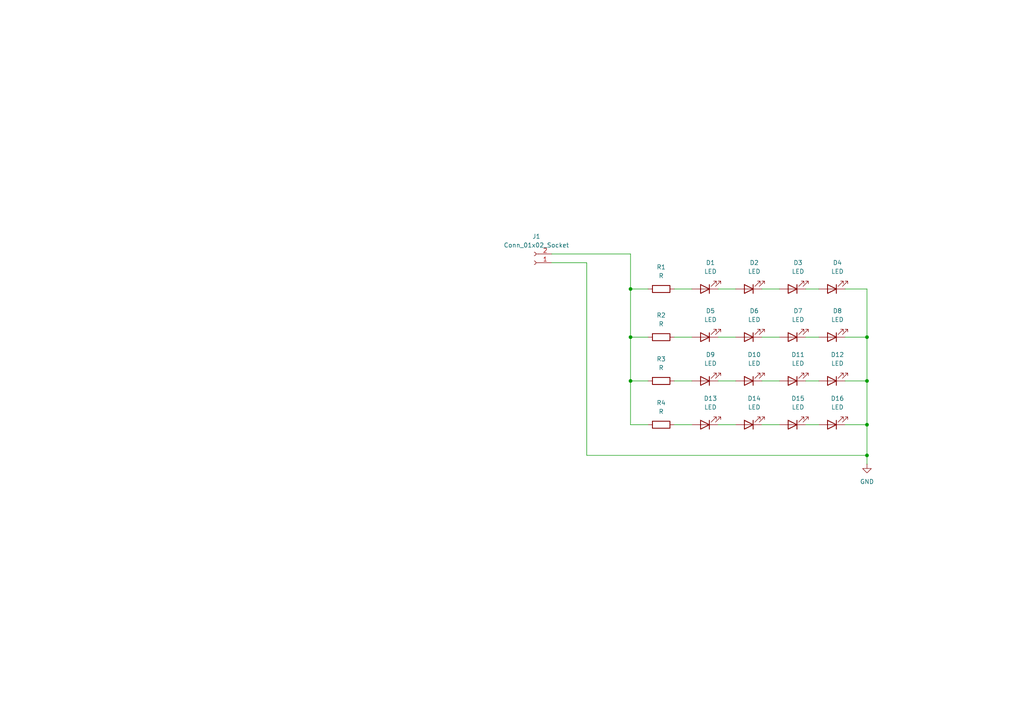
<source format=kicad_sch>
(kicad_sch (version 20231120) (generator "eeschema") (generator_version "8.0")
  (paper "A4")
  (lib_symbols
    (symbol "Connector:Conn_01x02_Socket" (pin_names (offset 1.016) hide)
      (property "Reference" "J" (at 0 2.54 0))
      (property "Value" "Conn_01x02_Socket" (at 0 -5.08 0))
      (symbol "Conn_01x02_Socket_1_1"
        (arc (start 0 -2.032) (mid -0.5058 -2.54) (end 0 -3.048) (stroke (width 0.1524)))
        (polyline (pts (xy -1.27 -2.54) (xy -0.508 -2.54)) (stroke (width 0.1524)))
        (polyline (pts (xy -1.27 0) (xy -0.508 0)) (stroke (width 0.1524)))
        (arc (start 0 0.508) (mid -0.5058 0) (end 0 -0.508) (stroke (width 0.1524)))
        (pin passive line (at -5.08 0 0) (length 3.81) (name "Pin_1") (number "1"))
        (pin passive line (at -5.08 -2.54 0) (length 3.81) (name "Pin_2") (number "2"))
      )
    )
    (symbol "Device:LED" (pin_numbers hide) (pin_names (offset 1.016) hide)
      (property "Reference" "D" (at 0 2.54 0))
      (property "Value" "LED" (at 0 -2.54 0))
      (symbol "LED_0_1"
        (polyline (pts (xy -1.27 -1.27) (xy -1.27 1.27)) (stroke (width 0.254)))
        (polyline (pts (xy -1.27 0) (xy 1.27 0)))
        (polyline (pts (xy 1.27 -1.27) (xy 1.27 1.27) (xy -1.27 0) (xy 1.27 -1.27)) (stroke (width 0.254)))
        (polyline (pts (xy -3.048 -0.762) (xy -4.572 -2.286) (xy -3.81 -2.286) (xy -4.572 -2.286) (xy -4.572 -1.524)))
        (polyline (pts (xy -1.778 -0.762) (xy -3.302 -2.286) (xy -2.54 -2.286) (xy -3.302 -2.286) (xy -3.302 -1.524)))
      )
      (symbol "LED_1_1"
        (pin passive line (at -3.81 0 0) (length 2.54) (name "K") (number "1"))
        (pin passive line (at 3.81 0 180) (length 2.54) (name "A") (number "2"))
      )
    )
    (symbol "Device:R" (pin_numbers hide) (pin_names (offset 0))
      (property "Reference" "R" (at 2.032 0 90))
      (property "Value" "R" (at 0 0 90))
      (symbol "R_0_1"
        (rectangle (start -1.016 -2.54) (end 1.016 2.54) (stroke (width 0.254)))
      )
      (symbol "R_1_1"
        (pin passive line (at 0 3.81 270) (length 1.27) (name "~") (number "1"))
        (pin passive line (at 0 -3.81 90) (length 1.27) (name "~") (number "2"))
      )
    )
    (symbol "power:GND" (power) (pin_numbers hide) (pin_names (offset 0) hide)
      (property "Value" "GND" (at 0 -3.81 0))
      (symbol "GND_0_1"
        (polyline (pts (xy 0 0) (xy 0 -1.27) (xy 1.27 -1.27) (xy 0 -2.54) (xy -1.27 -1.27) (xy 0 -1.27)))
      )
      (symbol "GND_1_1"
        (pin power_in line (at 0 0 270) (length 0) (name "~") (number "1"))
      )
    )
  )
  (junction (at 251.46 123.19))
  (junction (at 251.46 110.49))
  (junction (at 182.88 83.82))
  (junction (at 182.88 97.79))
  (junction (at 251.46 97.79))
  (junction (at 251.46 132.08))
  (junction (at 182.88 110.49))
  (wire (pts (xy 182.88 110.49) (xy 182.88 123.19)))
  (wire (pts (xy 245.11 83.82) (xy 251.46 83.82)))
  (wire (pts (xy 170.18 76.2) (xy 170.18 132.08)))
  (wire (pts (xy 245.11 97.79) (xy 251.46 97.79)))
  (wire (pts (xy 251.46 97.79) (xy 251.46 110.49)))
  (wire (pts (xy 182.88 110.49) (xy 187.96 110.49)))
  (wire (pts (xy 170.18 132.08) (xy 251.46 132.08)))
  (wire (pts (xy 182.88 97.79) (xy 182.88 110.49)))
  (wire (pts (xy 208.28 97.79) (xy 213.36 97.79)))
  (wire (pts (xy 233.68 110.49) (xy 237.49 110.49)))
  (wire (pts (xy 251.46 123.19) (xy 251.46 132.08)))
  (wire (pts (xy 233.68 123.19) (xy 237.49 123.19)))
  (wire (pts (xy 220.98 83.82) (xy 226.06 83.82)))
  (wire (pts (xy 195.58 110.49) (xy 200.66 110.49)))
  (wire (pts (xy 160.02 73.66) (xy 182.88 73.66)))
  (wire (pts (xy 195.58 123.19) (xy 200.66 123.19)))
  (wire (pts (xy 208.28 123.19) (xy 213.36 123.19)))
  (wire (pts (xy 208.28 83.82) (xy 213.36 83.82)))
  (wire (pts (xy 245.11 110.49) (xy 251.46 110.49)))
  (wire (pts (xy 220.98 110.49) (xy 226.06 110.49)))
  (wire (pts (xy 182.88 73.66) (xy 182.88 83.82)))
  (wire (pts (xy 208.28 110.49) (xy 213.36 110.49)))
  (wire (pts (xy 233.68 83.82) (xy 237.49 83.82)))
  (wire (pts (xy 160.02 76.2) (xy 170.18 76.2)))
  (wire (pts (xy 195.58 97.79) (xy 200.66 97.79)))
  (wire (pts (xy 245.11 123.19) (xy 251.46 123.19)))
  (wire (pts (xy 251.46 110.49) (xy 251.46 123.19)))
  (wire (pts (xy 220.98 97.79) (xy 226.06 97.79)))
  (wire (pts (xy 233.68 97.79) (xy 237.49 97.79)))
  (wire (pts (xy 182.88 83.82) (xy 182.88 97.79)))
  (wire (pts (xy 220.98 123.19) (xy 226.06 123.19)))
  (wire (pts (xy 251.46 132.08) (xy 251.46 134.62)))
  (wire (pts (xy 251.46 83.82) (xy 251.46 97.79)))
  (wire (pts (xy 182.88 123.19) (xy 187.96 123.19)))
  (wire (pts (xy 182.88 83.82) (xy 187.96 83.82)))
  (wire (pts (xy 182.88 97.79) (xy 187.96 97.79)))
  (wire (pts (xy 195.58 83.82) (xy 200.66 83.82)))
  (symbol (lib_id "Connector:Conn_01x02_Socket") (at 154.94 76.2 180) (unit 1)
    (property "Reference" "J1" (at 155.575 68.58 0))
    (property "Value" "Conn_01x02_Socket" (at 155.575 71.12 0))
    (property "Footprint" "Connector_PinSocket_2.54mm:PinSocket_1x02_P2.54mm_Vertical" (effects (hide yes)))
    (property "Description" "Generic connector, single row, 01x02, script generated" (effects (hide yes)))
  )
  (symbol (lib_id "Device:LED") (at 241.3 123.19 180) (unit 1)
    (property "Reference" "D16" (at 242.8875 115.57 0))
    (property "Value" "LED" (at 242.8875 118.11 0))
    (property "Footprint" "LED_SMD:LED_1W_3W_R8" (effects (hide yes)))
    (property "Description" "Light emitting diode" (effects (hide yes)))
  )
  (symbol (lib_id "Device:LED") (at 217.17 110.49 180) (unit 1)
    (property "Reference" "D10" (at 218.7575 102.87 0))
    (property "Value" "LED" (at 218.7575 105.41 0))
    (property "Footprint" "LED_SMD:LED_1W_3W_R8" (effects (hide yes)))
    (property "Description" "Light emitting diode" (effects (hide yes)))
  )
  (symbol (lib_id "Device:LED") (at 204.47 123.19 180) (unit 1)
    (property "Reference" "D13" (at 206.0575 115.57 0))
    (property "Value" "LED" (at 206.0575 118.11 0))
    (property "Footprint" "LED_SMD:LED_1W_3W_R8" (effects (hide yes)))
    (property "Description" "Light emitting diode" (effects (hide yes)))
  )
  (symbol (lib_id "Device:LED") (at 204.47 110.49 180) (unit 1)
    (property "Reference" "D9" (at 206.0575 102.87 0))
    (property "Value" "LED" (at 206.0575 105.41 0))
    (property "Footprint" "LED_SMD:LED_1W_3W_R8" (effects (hide yes)))
    (property "Description" "Light emitting diode" (effects (hide yes)))
  )
  (symbol (lib_id "Device:R") (at 191.77 83.82 90) (unit 1)
    (property "Reference" "R1" (at 191.77 77.47 90))
    (property "Value" "R" (at 191.77 80.01 90))
    (property "Footprint" "Resistor_SMD:R_1206_3216Metric_Pad1.30x1.75mm_HandSolder" (effects (hide yes)))
    (property "Description" "Resistor" (effects (hide yes)))
  )
  (symbol (lib_id "Device:LED") (at 229.87 110.49 180) (unit 1)
    (property "Reference" "D11" (at 231.4575 102.87 0))
    (property "Value" "LED" (at 231.4575 105.41 0))
    (property "Footprint" "LED_SMD:LED_1W_3W_R8" (effects (hide yes)))
    (property "Description" "Light emitting diode" (effects (hide yes)))
  )
  (symbol (lib_id "Device:LED") (at 241.3 97.79 180) (unit 1)
    (property "Reference" "D8" (at 242.8875 90.17 0))
    (property "Value" "LED" (at 242.8875 92.71 0))
    (property "Footprint" "LED_SMD:LED_1W_3W_R8" (effects (hide yes)))
    (property "Description" "Light emitting diode" (effects (hide yes)))
  )
  (symbol (lib_id "Device:LED") (at 229.87 97.79 180) (unit 1)
    (property "Reference" "D7" (at 231.4575 90.17 0))
    (property "Value" "LED" (at 231.4575 92.71 0))
    (property "Footprint" "LED_SMD:LED_1W_3W_R8" (effects (hide yes)))
    (property "Description" "Light emitting diode" (effects (hide yes)))
  )
  (symbol (lib_id "Device:LED") (at 241.3 110.49 180) (unit 1)
    (property "Reference" "D12" (at 242.8875 102.87 0))
    (property "Value" "LED" (at 242.8875 105.41 0))
    (property "Footprint" "LED_SMD:LED_1W_3W_R8" (effects (hide yes)))
    (property "Description" "Light emitting diode" (effects (hide yes)))
  )
  (symbol (lib_id "Device:LED") (at 217.17 83.82 180) (unit 1)
    (property "Reference" "D2" (at 218.7575 76.2 0))
    (property "Value" "LED" (at 218.7575 78.74 0))
    (property "Footprint" "LED_SMD:LED_1W_3W_R8" (effects (hide yes)))
    (property "Description" "Light emitting diode" (effects (hide yes)))
  )
  (symbol (lib_id "Device:LED") (at 204.47 83.82 180) (unit 1)
    (property "Reference" "D1" (at 206.0575 76.2 0))
    (property "Value" "LED" (at 206.0575 78.74 0))
    (property "Footprint" "LED_SMD:LED_1W_3W_R8" (effects (hide yes)))
    (property "Description" "Light emitting diode" (effects (hide yes)))
  )
  (symbol (lib_id "Device:R") (at 191.77 97.79 90) (unit 1)
    (property "Reference" "R2" (at 191.77 91.44 90))
    (property "Value" "R" (at 191.77 93.98 90))
    (property "Footprint" "Resistor_SMD:R_1206_3216Metric_Pad1.30x1.75mm_HandSolder" (effects (hide yes)))
    (property "Description" "Resistor" (effects (hide yes)))
  )
  (symbol (lib_id "power:GND") (at 251.46 134.62 0) (unit 1)
    (property "Reference" "#PWR01" (effects (hide yes)))
    (property "Value" "GND" (at 251.46 139.7 0))
    (property "Description" "Power symbol creates a global label with name \"GND\" , ground" (effects (hide yes)))
  )
  (symbol (lib_id "Device:LED") (at 217.17 97.79 180) (unit 1)
    (property "Reference" "D6" (at 218.7575 90.17 0))
    (property "Value" "LED" (at 218.7575 92.71 0))
    (property "Footprint" "LED_SMD:LED_1W_3W_R8" (effects (hide yes)))
    (property "Description" "Light emitting diode" (effects (hide yes)))
  )
  (symbol (lib_id "Device:LED") (at 229.87 123.19 180) (unit 1)
    (property "Reference" "D15" (at 231.4575 115.57 0))
    (property "Value" "LED" (at 231.4575 118.11 0))
    (property "Footprint" "LED_SMD:LED_1W_3W_R8" (effects (hide yes)))
    (property "Description" "Light emitting diode" (effects (hide yes)))
  )
  (symbol (lib_id "Device:LED") (at 229.87 83.82 180) (unit 1)
    (property "Reference" "D3" (at 231.4575 76.2 0))
    (property "Value" "LED" (at 231.4575 78.74 0))
    (property "Footprint" "LED_SMD:LED_1W_3W_R8" (effects (hide yes)))
    (property "Description" "Light emitting diode" (effects (hide yes)))
  )
  (symbol (lib_id "Device:LED") (at 217.17 123.19 180) (unit 1)
    (property "Reference" "D14" (at 218.7575 115.57 0))
    (property "Value" "LED" (at 218.7575 118.11 0))
    (property "Footprint" "LED_SMD:LED_1W_3W_R8" (effects (hide yes)))
    (property "Description" "Light emitting diode" (effects (hide yes)))
  )
  (symbol (lib_id "Device:LED") (at 241.3 83.82 180) (unit 1)
    (property "Reference" "D4" (at 242.8875 76.2 0))
    (property "Value" "LED" (at 242.8875 78.74 0))
    (property "Footprint" "LED_SMD:LED_1W_3W_R8" (effects (hide yes)))
    (property "Description" "Light emitting diode" (effects (hide yes)))
  )
  (symbol (lib_id "Device:LED") (at 204.47 97.79 180) (unit 1)
    (property "Reference" "D5" (at 206.0575 90.17 0))
    (property "Value" "LED" (at 206.0575 92.71 0))
    (property "Footprint" "LED_SMD:LED_1W_3W_R8" (effects (hide yes)))
    (property "Description" "Light emitting diode" (effects (hide yes)))
  )
  (symbol (lib_id "Device:R") (at 191.77 123.19 90) (unit 1)
    (property "Reference" "R4" (at 191.77 116.84 90))
    (property "Value" "R" (at 191.77 119.38 90))
    (property "Footprint" "Resistor_SMD:R_1206_3216Metric_Pad1.30x1.75mm_HandSolder" (effects (hide yes)))
    (property "Description" "Resistor" (effects (hide yes)))
  )
  (symbol (lib_id "Device:R") (at 191.77 110.49 90) (unit 1)
    (property "Reference" "R3" (at 191.77 104.14 90))
    (property "Value" "R" (at 191.77 106.68 90))
    (property "Footprint" "Resistor_SMD:R_1206_3216Metric_Pad1.30x1.75mm_HandSolder" (effects (hide yes)))
    (property "Description" "Resistor" (effects (hide yes)))
  )
)
</source>
